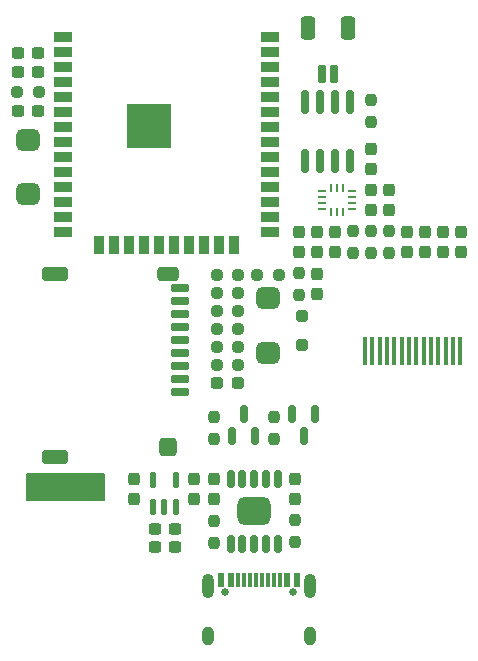
<source format=gbr>
%TF.GenerationSoftware,KiCad,Pcbnew,(7.0.0)*%
%TF.CreationDate,2023-02-28T10:18:41+08:00*%
%TF.ProjectId,ESP32_DK,45535033-325f-4444-9b2e-6b696361645f,rev?*%
%TF.SameCoordinates,Original*%
%TF.FileFunction,Soldermask,Top*%
%TF.FilePolarity,Negative*%
%FSLAX46Y46*%
G04 Gerber Fmt 4.6, Leading zero omitted, Abs format (unit mm)*
G04 Created by KiCad (PCBNEW (7.0.0)) date 2023-02-28 10:18:41*
%MOMM*%
%LPD*%
G01*
G04 APERTURE LIST*
G04 Aperture macros list*
%AMRoundRect*
0 Rectangle with rounded corners*
0 $1 Rounding radius*
0 $2 $3 $4 $5 $6 $7 $8 $9 X,Y pos of 4 corners*
0 Add a 4 corners polygon primitive as box body*
4,1,4,$2,$3,$4,$5,$6,$7,$8,$9,$2,$3,0*
0 Add four circle primitives for the rounded corners*
1,1,$1+$1,$2,$3*
1,1,$1+$1,$4,$5*
1,1,$1+$1,$6,$7*
1,1,$1+$1,$8,$9*
0 Add four rect primitives between the rounded corners*
20,1,$1+$1,$2,$3,$4,$5,0*
20,1,$1+$1,$4,$5,$6,$7,0*
20,1,$1+$1,$6,$7,$8,$9,0*
20,1,$1+$1,$8,$9,$2,$3,0*%
G04 Aperture macros list end*
%ADD10C,0.150000*%
%ADD11RoundRect,0.237500X0.250000X0.237500X-0.250000X0.237500X-0.250000X-0.237500X0.250000X-0.237500X0*%
%ADD12RoundRect,0.150000X-0.150000X0.587500X-0.150000X-0.587500X0.150000X-0.587500X0.150000X0.587500X0*%
%ADD13RoundRect,0.237500X0.237500X-0.300000X0.237500X0.300000X-0.237500X0.300000X-0.237500X-0.300000X0*%
%ADD14RoundRect,0.085000X-0.085000X1.115000X-0.085000X-1.115000X0.085000X-1.115000X0.085000X1.115000X0*%
%ADD15RoundRect,0.237500X0.300000X0.237500X-0.300000X0.237500X-0.300000X-0.237500X0.300000X-0.237500X0*%
%ADD16R,0.675000X0.250000*%
%ADD17R,0.250000X0.675000*%
%ADD18RoundRect,0.150000X0.150000X-0.825000X0.150000X0.825000X-0.150000X0.825000X-0.150000X-0.825000X0*%
%ADD19RoundRect,0.237500X0.237500X-0.250000X0.237500X0.250000X-0.237500X0.250000X-0.237500X-0.250000X0*%
%ADD20RoundRect,0.237500X-0.237500X0.300000X-0.237500X-0.300000X0.237500X-0.300000X0.237500X0.300000X0*%
%ADD21RoundRect,0.237500X-0.237500X0.250000X-0.237500X-0.250000X0.237500X-0.250000X0.237500X0.250000X0*%
%ADD22RoundRect,0.450000X-0.550000X0.450000X-0.550000X-0.450000X0.550000X-0.450000X0.550000X0.450000X0*%
%ADD23R,1.500000X0.900000*%
%ADD24R,0.900000X1.500000*%
%ADD25R,3.800000X3.800000*%
%ADD26RoundRect,0.150000X0.150000X-0.587500X0.150000X0.587500X-0.150000X0.587500X-0.150000X-0.587500X0*%
%ADD27RoundRect,0.150000X0.150000X-0.600000X0.150000X0.600000X-0.150000X0.600000X-0.150000X-0.600000X0*%
%ADD28RoundRect,0.600000X0.800000X-0.600000X0.800000X0.600000X-0.800000X0.600000X-0.800000X-0.600000X0*%
%ADD29RoundRect,0.137500X0.137500X-0.525000X0.137500X0.525000X-0.137500X0.525000X-0.137500X-0.525000X0*%
%ADD30RoundRect,0.237500X0.287500X0.237500X-0.287500X0.237500X-0.287500X-0.237500X0.287500X-0.237500X0*%
%ADD31RoundRect,0.250000X0.250000X-0.250000X0.250000X0.250000X-0.250000X0.250000X-0.250000X-0.250000X0*%
%ADD32RoundRect,0.237500X-0.300000X-0.237500X0.300000X-0.237500X0.300000X0.237500X-0.300000X0.237500X0*%
%ADD33RoundRect,0.237500X-0.250000X-0.237500X0.250000X-0.237500X0.250000X0.237500X-0.250000X0.237500X0*%
%ADD34RoundRect,0.450000X0.550000X-0.450000X0.550000X0.450000X-0.550000X0.450000X-0.550000X-0.450000X0*%
%ADD35RoundRect,0.175000X-0.625000X0.175000X-0.625000X-0.175000X0.625000X-0.175000X0.625000X0.175000X0*%
%ADD36RoundRect,0.300000X-0.600000X0.300000X-0.600000X-0.300000X0.600000X-0.300000X0.600000X0.300000X0*%
%ADD37RoundRect,0.300000X-0.800000X0.300000X-0.800000X-0.300000X0.800000X-0.300000X0.800000X0.300000X0*%
%ADD38RoundRect,0.375000X-0.375000X0.425000X-0.375000X-0.425000X0.375000X-0.425000X0.375000X0.425000X0*%
%ADD39C,0.650000*%
%ADD40O,1.000000X2.100000*%
%ADD41O,1.000000X1.600000*%
%ADD42R,0.600000X1.150000*%
%ADD43R,0.300000X1.150000*%
%ADD44RoundRect,0.150000X0.150000X0.650000X-0.150000X0.650000X-0.150000X-0.650000X0.150000X-0.650000X0*%
%ADD45RoundRect,0.300000X0.300000X0.700000X-0.300000X0.700000X-0.300000X-0.700000X0.300000X-0.700000X0*%
G04 APERTURE END LIST*
D10*
X50609500Y-167259000D02*
X57086500Y-167259000D01*
X57086500Y-167259000D02*
X57086500Y-169418000D01*
X57086500Y-169418000D02*
X50609500Y-169418000D01*
X50609500Y-169418000D02*
X50609500Y-167259000D01*
G36*
X50609500Y-167259000D02*
G01*
X57086500Y-167259000D01*
X57086500Y-169418000D01*
X50609500Y-169418000D01*
X50609500Y-167259000D01*
G37*
D11*
%TO.C,R5*%
X68476500Y-153402000D03*
X66651500Y-153402000D03*
%TD*%
D12*
%TO.C,Q2*%
X74965600Y-162154000D03*
X73065600Y-162154000D03*
X74015600Y-164029000D03*
%TD*%
D13*
%TO.C,C14*%
X85852000Y-148436500D03*
X85852000Y-146711500D03*
%TD*%
D14*
%TO.C,U4*%
X87271000Y-156845000D03*
X86651000Y-156845000D03*
X86031000Y-156845000D03*
X85411000Y-156845000D03*
X84791000Y-156845000D03*
X84171000Y-156845000D03*
X83551000Y-156845000D03*
X82931000Y-156845000D03*
X82311000Y-156845000D03*
X81691000Y-156845000D03*
X81071000Y-156845000D03*
X80451000Y-156845000D03*
X79831000Y-156845000D03*
X79211000Y-156845000D03*
%TD*%
D11*
%TO.C,R2*%
X68476500Y-151878000D03*
X66651500Y-151878000D03*
%TD*%
%TO.C,R1*%
X68476500Y-150354000D03*
X66651500Y-150354000D03*
%TD*%
D15*
%TO.C,C1*%
X51535500Y-136525000D03*
X49810500Y-136525000D03*
%TD*%
D16*
%TO.C,U3*%
X75572499Y-143267999D03*
X75572499Y-143767999D03*
X75572499Y-144267999D03*
X75572499Y-144767999D03*
D17*
X76334999Y-145030499D03*
X76834999Y-145030499D03*
X77334999Y-145030499D03*
D16*
X78097499Y-144767999D03*
X78097499Y-144267999D03*
X78097499Y-143767999D03*
X78097499Y-143267999D03*
D17*
X77334999Y-143005499D03*
X76834999Y-143005499D03*
X76334999Y-143005499D03*
%TD*%
D18*
%TO.C,U2*%
X74168000Y-140713000D03*
X75438000Y-140713000D03*
X76708000Y-140713000D03*
X77978000Y-140713000D03*
X77978000Y-135763000D03*
X76708000Y-135763000D03*
X75438000Y-135763000D03*
X74168000Y-135763000D03*
%TD*%
D19*
%TO.C,R10*%
X79756000Y-137437500D03*
X79756000Y-135612500D03*
%TD*%
D20*
%TO.C,C21*%
X66405000Y-167654700D03*
X66405000Y-169379700D03*
%TD*%
D13*
%TO.C,C8*%
X81280000Y-144880500D03*
X81280000Y-143155500D03*
%TD*%
D21*
%TO.C,R9*%
X73660000Y-150217500D03*
X73660000Y-152042500D03*
%TD*%
D11*
%TO.C,R8*%
X71905500Y-150354000D03*
X70080500Y-150354000D03*
%TD*%
D13*
%TO.C,C11*%
X76708000Y-148436500D03*
X76708000Y-146711500D03*
%TD*%
D21*
%TO.C,R16*%
X66395600Y-162433000D03*
X66395600Y-164258000D03*
%TD*%
D22*
%TO.C,SW2*%
X70993000Y-152372000D03*
X70993000Y-156972000D03*
%TD*%
D13*
%TO.C,C13*%
X87376000Y-148436500D03*
X87376000Y-146711500D03*
%TD*%
D19*
%TO.C,R17*%
X71475600Y-164258000D03*
X71475600Y-162433000D03*
%TD*%
D23*
%TO.C,U1*%
X53656199Y-130232999D03*
X53656199Y-131502999D03*
X53656199Y-132772999D03*
X53656199Y-134042999D03*
X53656199Y-135312999D03*
X53656199Y-136582999D03*
X53656199Y-137852999D03*
X53656199Y-139122999D03*
X53656199Y-140392999D03*
X53656199Y-141662999D03*
X53656199Y-142932999D03*
X53656199Y-144202999D03*
X53656199Y-145472999D03*
X53656199Y-146742999D03*
D24*
X56691199Y-147837999D03*
X57961199Y-147837999D03*
X59231199Y-147837999D03*
X60501199Y-147837999D03*
X61771199Y-147837999D03*
X63041199Y-147837999D03*
X64311199Y-147837999D03*
X65581199Y-147837999D03*
X66851199Y-147837999D03*
X68121199Y-147837999D03*
D23*
X71156199Y-146742999D03*
X71156199Y-145472999D03*
X71156199Y-144202999D03*
X71156199Y-142932999D03*
X71156199Y-141662999D03*
X71156199Y-140392999D03*
X71156199Y-139122999D03*
X71156199Y-137852999D03*
X71156199Y-136582999D03*
X71156199Y-135312999D03*
X71156199Y-134042999D03*
X71156199Y-132772999D03*
X71156199Y-131502999D03*
X71156199Y-130232999D03*
D25*
X60906199Y-137797999D03*
%TD*%
D11*
%TO.C,R6*%
X68476500Y-154926000D03*
X66651500Y-154926000D03*
%TD*%
D13*
%TO.C,C10*%
X75184000Y-151992500D03*
X75184000Y-150267500D03*
%TD*%
D15*
%TO.C,C4*%
X51535500Y-131572000D03*
X49810500Y-131572000D03*
%TD*%
D13*
%TO.C,C6*%
X79756000Y-144880500D03*
X79756000Y-143155500D03*
%TD*%
D21*
%TO.C,R11*%
X81280000Y-146661500D03*
X81280000Y-148486500D03*
%TD*%
D26*
%TO.C,Q1*%
X67985600Y-164029000D03*
X69885600Y-164029000D03*
X68935600Y-162154000D03*
%TD*%
D11*
%TO.C,R7*%
X68476500Y-156450000D03*
X66651500Y-156450000D03*
%TD*%
D15*
%TO.C,C3*%
X51535500Y-133223000D03*
X49810500Y-133223000D03*
%TD*%
D27*
%TO.C,U5*%
X67834000Y-173140000D03*
X68834000Y-173140000D03*
X69834000Y-173140000D03*
X70834000Y-173140000D03*
X71834000Y-173140000D03*
X71834000Y-167640000D03*
X70834000Y-167640000D03*
X69834000Y-167640000D03*
X68834000Y-167640000D03*
X67834000Y-167640000D03*
D28*
X69834000Y-170390000D03*
%TD*%
D13*
%TO.C,C9*%
X84328000Y-148436500D03*
X84328000Y-146711500D03*
%TD*%
D29*
%TO.C,U6*%
X61280000Y-170047500D03*
X62230000Y-170047500D03*
X63180000Y-170047500D03*
X63180000Y-167772500D03*
X61280000Y-167772500D03*
%TD*%
D20*
%TO.C,C19*%
X73263000Y-167654700D03*
X73263000Y-169379700D03*
%TD*%
%TO.C,C5*%
X79756000Y-139726500D03*
X79756000Y-141451500D03*
%TD*%
D30*
%TO.C,D1*%
X68439000Y-159498000D03*
X66689000Y-159498000D03*
%TD*%
D21*
%TO.C,R13*%
X78232000Y-146661500D03*
X78232000Y-148486500D03*
%TD*%
D31*
%TO.C,D2*%
X73914000Y-156317000D03*
X73914000Y-153817000D03*
%TD*%
D32*
%TO.C,C17*%
X61394000Y-173381500D03*
X63119000Y-173381500D03*
%TD*%
%TO.C,C16*%
X61394000Y-171857500D03*
X63119000Y-171857500D03*
%TD*%
D33*
%TO.C,R4*%
X49760500Y-134874000D03*
X51585500Y-134874000D03*
%TD*%
D19*
%TO.C,R14*%
X66405000Y-173080500D03*
X66405000Y-171255500D03*
%TD*%
D34*
%TO.C,SW1*%
X50673000Y-143524000D03*
X50673000Y-138924000D03*
%TD*%
D19*
%TO.C,R15*%
X73263000Y-172953500D03*
X73263000Y-171128500D03*
%TD*%
D35*
%TO.C,SD1*%
X63561000Y-160315000D03*
X63561000Y-159215000D03*
X63561000Y-158115000D03*
X63561000Y-157015000D03*
X63561000Y-155915000D03*
X63561000Y-154815000D03*
X63561000Y-153715000D03*
X63561000Y-152615000D03*
X63561000Y-151515000D03*
D36*
X62511000Y-150315000D03*
D37*
X52961000Y-150315000D03*
D38*
X62511000Y-164915000D03*
D37*
X52961000Y-165815000D03*
%TD*%
D39*
%TO.C,USB1*%
X67341000Y-177256000D03*
X73121000Y-177256000D03*
D40*
X65910999Y-176755999D03*
D41*
X65910999Y-180935999D03*
D40*
X74550999Y-176755999D03*
D41*
X74550999Y-180935999D03*
D42*
X67030999Y-176190999D03*
X67830999Y-176190999D03*
D43*
X68980999Y-176190999D03*
X69980999Y-176190999D03*
X70480999Y-176190999D03*
X68480999Y-176190999D03*
D42*
X73430999Y-176190999D03*
X72630999Y-176190999D03*
D43*
X71980999Y-176190999D03*
X70980999Y-176190999D03*
X69480999Y-176190999D03*
X71480999Y-176190999D03*
%TD*%
D44*
%TO.C,J1*%
X76573000Y-133361000D03*
X75573000Y-133361000D03*
D45*
X77773000Y-129461000D03*
X74373000Y-129461000D03*
%TD*%
D13*
%TO.C,C12*%
X73660000Y-148436500D03*
X73660000Y-146711500D03*
%TD*%
D11*
%TO.C,R3*%
X68476500Y-157974000D03*
X66651500Y-157974000D03*
%TD*%
D13*
%TO.C,C7*%
X82804000Y-148436500D03*
X82804000Y-146711500D03*
%TD*%
D21*
%TO.C,R12*%
X79756000Y-146661500D03*
X79756000Y-148486500D03*
%TD*%
D13*
%TO.C,C15*%
X75184000Y-148436500D03*
X75184000Y-146711500D03*
%TD*%
D20*
%TO.C,C18*%
X64770000Y-167666500D03*
X64770000Y-169391500D03*
%TD*%
%TO.C,C20*%
X59690000Y-167666500D03*
X59690000Y-169391500D03*
%TD*%
M02*

</source>
